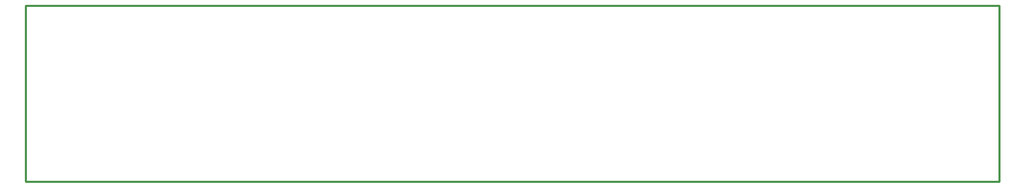
<source format=gko>
*%FSLAX24Y24*%
*%MOIN*%
G01*
%ADD11C,0.0000*%
%ADD12C,0.0050*%
%ADD13C,0.0060*%
%ADD14C,0.0070*%
%ADD15C,0.0073*%
%ADD16C,0.0080*%
%ADD17C,0.0098*%
%ADD18C,0.0100*%
%ADD19C,0.0120*%
%ADD20C,0.0200*%
%ADD21C,0.0200*%
%ADD22C,0.0240*%
%ADD23C,0.0250*%
%ADD24C,0.0300*%
%ADD25C,0.0340*%
%ADD26C,0.0360*%
%ADD27C,0.0394*%
%ADD28C,0.0400*%
%ADD29C,0.0434*%
%ADD30C,0.0440*%
%ADD31C,0.0500*%
%ADD32C,0.0500*%
%ADD33C,0.0540*%
%ADD34C,0.0600*%
%ADD35C,0.0680*%
%ADD36C,0.0700*%
%ADD37C,0.0750*%
%ADD38C,0.0790*%
%ADD39C,0.0827*%
%ADD40C,0.1000*%
%ADD41C,0.1250*%
%ADD42C,0.1450*%
%ADD43C,0.2000*%
%ADD44C,0.2250*%
%ADD45R,0.0200X0.0200*%
%ADD46R,0.0200X0.0500*%
%ADD47R,0.0200X0.0650*%
%ADD48R,0.0200X0.0700*%
%ADD49R,0.0200X0.1600*%
%ADD50R,0.0280X0.0600*%
%ADD51R,0.0300X0.0300*%
%ADD52R,0.0300X0.0300*%
%ADD53R,0.0320X0.0560*%
%ADD54R,0.0320X0.0640*%
%ADD55R,0.0340X0.0340*%
%ADD56R,0.0360X0.0600*%
%ADD57R,0.0400X0.0400*%
%ADD58R,0.0400X0.0640*%
%ADD59R,0.0500X0.0400*%
%ADD60R,0.0500X0.0500*%
%ADD61R,0.0500X0.0500*%
%ADD62R,0.0500X0.1200*%
%ADD63R,0.0540X0.0440*%
%ADD64R,0.0540X0.0960*%
%ADD65R,0.0540X0.1140*%
%ADD66R,0.0550X0.0650*%
%ADD67R,0.0591X0.1260*%
%ADD68R,0.0600X0.0600*%
%ADD69R,0.0600X0.0600*%
%ADD70R,0.0600X0.1000*%
%ADD71R,0.0600X0.1200*%
%ADD72R,0.0600X0.1250*%
%ADD73R,0.0631X0.1300*%
%ADD74R,0.0640X0.0640*%
%ADD75R,0.0640X0.1040*%
%ADD76R,0.0640X0.1240*%
%ADD77R,0.0640X0.1290*%
%ADD78R,0.0700X0.0700*%
%ADD79R,0.0750X0.0400*%
%ADD80R,0.0800X0.0750*%
%ADD81R,0.0800X0.0800*%
%ADD82R,0.0800X0.1250*%
%ADD83R,0.0850X0.0500*%
%ADD84R,0.0890X0.0540*%
%ADD85R,0.0900X0.0900*%
%ADD86R,0.0940X0.0940*%
%ADD87R,0.1000X0.0500*%
%ADD88R,0.1000X0.1000*%
%ADD89R,0.1040X0.0540*%
%ADD90R,0.1200X0.0500*%
%ADD91R,0.1250X0.0600*%
%ADD92R,0.1290X0.0640*%
%ADD93R,0.1300X0.1300*%
%ADD94R,0.1400X0.1400*%
%ADD95R,0.1500X0.0500*%
%ADD96R,0.1500X0.1500*%
%ADD97R,0.1500X0.1500*%
%ADD98R,0.1540X0.0540*%
%ADD99R,0.1540X0.1540*%
%ADD100R,0.1700X0.1700*%
%ADD101R,0.1750X0.1750*%
%ADD102R,0.1790X0.1790*%
%ADD103R,0.1900X0.1900*%
%ADD104R,0.2400X0.1600*%
%ADD105R,0.2500X0.2500*%
%ADD106R,0.2500X0.2500*%
D18*
X25500Y25190D02*
X72500D01*
Y33690D01*
X25500D02*
Y25190D01*
Y33690D02*
X72500D01*
D02*
M02*

</source>
